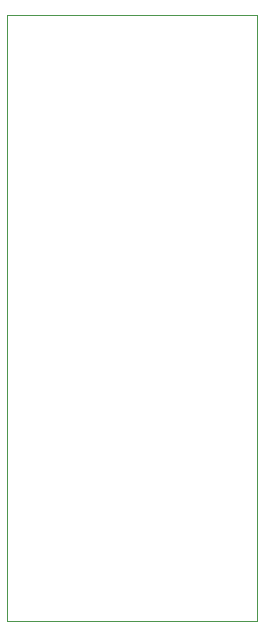
<source format=gbr>
%TF.GenerationSoftware,KiCad,Pcbnew,7.0.5*%
%TF.CreationDate,2024-02-18T16:55:48-05:00*%
%TF.ProjectId,pico-reset,7069636f-2d72-4657-9365-742e6b696361,rev?*%
%TF.SameCoordinates,Original*%
%TF.FileFunction,Profile,NP*%
%FSLAX46Y46*%
G04 Gerber Fmt 4.6, Leading zero omitted, Abs format (unit mm)*
G04 Created by KiCad (PCBNEW 7.0.5) date 2024-02-18 16:55:48*
%MOMM*%
%LPD*%
G01*
G04 APERTURE LIST*
%TA.AperFunction,Profile*%
%ADD10C,0.100000*%
%TD*%
G04 APERTURE END LIST*
D10*
X110018969Y-79748257D02*
X131211302Y-79748257D01*
X131211302Y-131048242D01*
X110018969Y-131048242D01*
X110018969Y-79748257D01*
M02*

</source>
